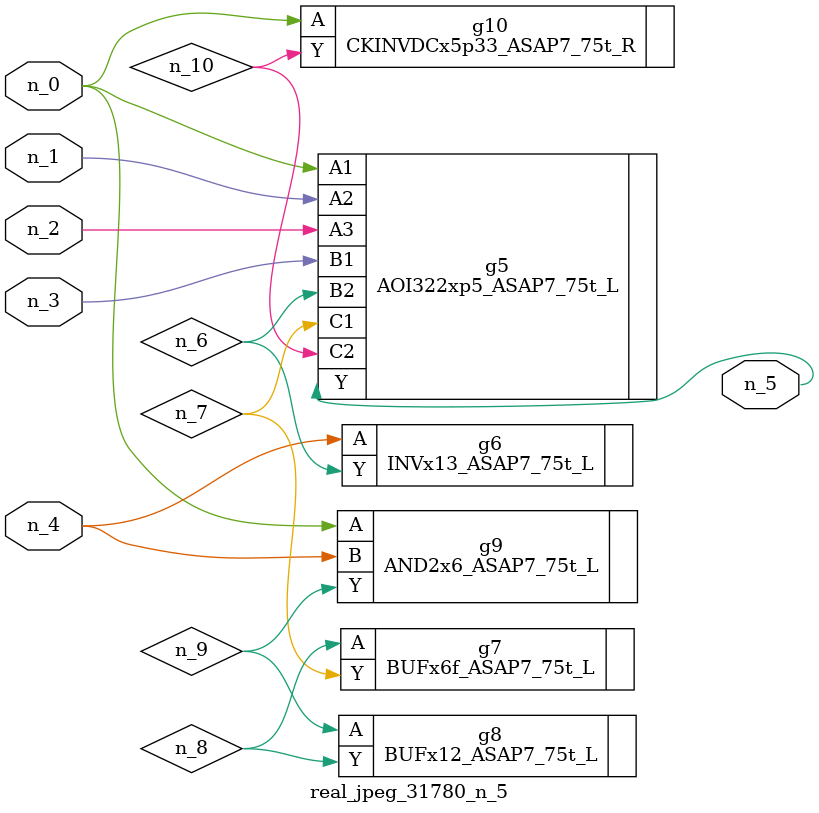
<source format=v>
module real_jpeg_31780_n_5 (n_4, n_0, n_1, n_2, n_3, n_5);

input n_4;
input n_0;
input n_1;
input n_2;
input n_3;

output n_5;

wire n_8;
wire n_6;
wire n_7;
wire n_10;
wire n_9;

AOI322xp5_ASAP7_75t_L g5 ( 
.A1(n_0),
.A2(n_1),
.A3(n_2),
.B1(n_3),
.B2(n_6),
.C1(n_7),
.C2(n_10),
.Y(n_5)
);

AND2x6_ASAP7_75t_L g9 ( 
.A(n_0),
.B(n_4),
.Y(n_9)
);

CKINVDCx5p33_ASAP7_75t_R g10 ( 
.A(n_0),
.Y(n_10)
);

INVx13_ASAP7_75t_L g6 ( 
.A(n_4),
.Y(n_6)
);

BUFx6f_ASAP7_75t_L g7 ( 
.A(n_8),
.Y(n_7)
);

BUFx12_ASAP7_75t_L g8 ( 
.A(n_9),
.Y(n_8)
);


endmodule
</source>
